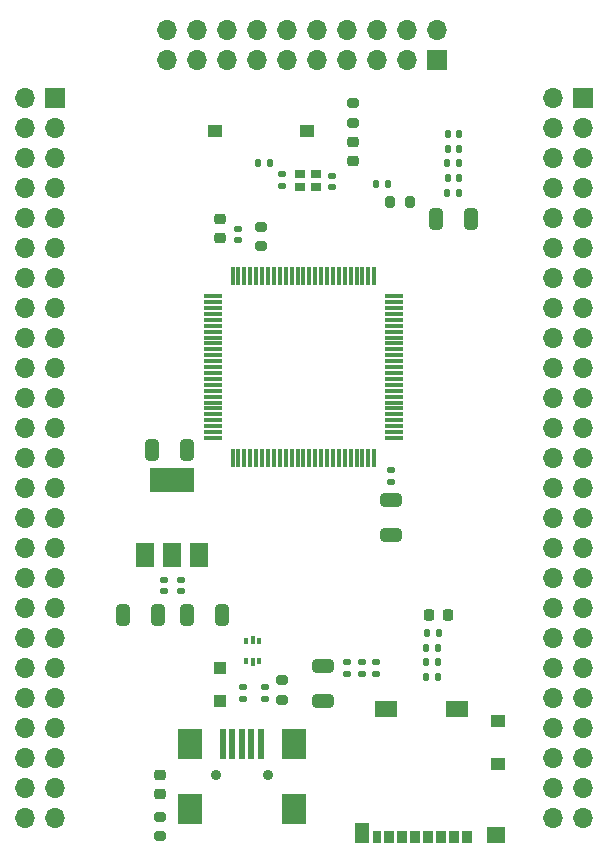
<source format=gbr>
%TF.GenerationSoftware,KiCad,Pcbnew,7.0.6*%
%TF.CreationDate,2023-07-14T14:04:12-07:00*%
%TF.ProjectId,pcb,7063622e-6b69-4636-9164-5f7063625858,rev?*%
%TF.SameCoordinates,Original*%
%TF.FileFunction,Soldermask,Top*%
%TF.FilePolarity,Negative*%
%FSLAX46Y46*%
G04 Gerber Fmt 4.6, Leading zero omitted, Abs format (unit mm)*
G04 Created by KiCad (PCBNEW 7.0.6) date 2023-07-14 14:04:12*
%MOMM*%
%LPD*%
G01*
G04 APERTURE LIST*
G04 Aperture macros list*
%AMRoundRect*
0 Rectangle with rounded corners*
0 $1 Rounding radius*
0 $2 $3 $4 $5 $6 $7 $8 $9 X,Y pos of 4 corners*
0 Add a 4 corners polygon primitive as box body*
4,1,4,$2,$3,$4,$5,$6,$7,$8,$9,$2,$3,0*
0 Add four circle primitives for the rounded corners*
1,1,$1+$1,$2,$3*
1,1,$1+$1,$4,$5*
1,1,$1+$1,$6,$7*
1,1,$1+$1,$8,$9*
0 Add four rect primitives between the rounded corners*
20,1,$1+$1,$2,$3,$4,$5,0*
20,1,$1+$1,$4,$5,$6,$7,0*
20,1,$1+$1,$6,$7,$8,$9,0*
20,1,$1+$1,$8,$9,$2,$3,0*%
G04 Aperture macros list end*
%ADD10O,1.700000X1.700000*%
%ADD11R,1.700000X1.700000*%
%ADD12R,1.250000X1.000000*%
%ADD13RoundRect,0.140000X-0.140000X-0.170000X0.140000X-0.170000X0.140000X0.170000X-0.140000X0.170000X0*%
%ADD14R,1.500000X2.000000*%
%ADD15R,3.800000X2.000000*%
%ADD16RoundRect,0.200000X0.200000X0.275000X-0.200000X0.275000X-0.200000X-0.275000X0.200000X-0.275000X0*%
%ADD17RoundRect,0.140000X0.140000X0.170000X-0.140000X0.170000X-0.140000X-0.170000X0.140000X-0.170000X0*%
%ADD18R,0.900000X0.800000*%
%ADD19RoundRect,0.135000X-0.135000X-0.185000X0.135000X-0.185000X0.135000X0.185000X-0.135000X0.185000X0*%
%ADD20RoundRect,0.075000X-0.075000X0.725000X-0.075000X-0.725000X0.075000X-0.725000X0.075000X0.725000X0*%
%ADD21RoundRect,0.075000X-0.725000X0.075000X-0.725000X-0.075000X0.725000X-0.075000X0.725000X0.075000X0*%
%ADD22RoundRect,0.135000X-0.185000X0.135000X-0.185000X-0.135000X0.185000X-0.135000X0.185000X0.135000X0*%
%ADD23RoundRect,0.250000X-0.650000X0.325000X-0.650000X-0.325000X0.650000X-0.325000X0.650000X0.325000X0*%
%ADD24RoundRect,0.218750X-0.256250X0.218750X-0.256250X-0.218750X0.256250X-0.218750X0.256250X0.218750X0*%
%ADD25RoundRect,0.250000X-0.325000X-0.650000X0.325000X-0.650000X0.325000X0.650000X-0.325000X0.650000X0*%
%ADD26RoundRect,0.200000X-0.275000X0.200000X-0.275000X-0.200000X0.275000X-0.200000X0.275000X0.200000X0*%
%ADD27RoundRect,0.250000X0.650000X-0.325000X0.650000X0.325000X-0.650000X0.325000X-0.650000X-0.325000X0*%
%ADD28RoundRect,0.250000X0.325000X0.650000X-0.325000X0.650000X-0.325000X-0.650000X0.325000X-0.650000X0*%
%ADD29RoundRect,0.140000X-0.170000X0.140000X-0.170000X-0.140000X0.170000X-0.140000X0.170000X0.140000X0*%
%ADD30RoundRect,0.140000X0.170000X-0.140000X0.170000X0.140000X-0.170000X0.140000X-0.170000X-0.140000X0*%
%ADD31R,0.850000X1.100000*%
%ADD32R,0.750000X1.100000*%
%ADD33R,1.200000X1.000000*%
%ADD34R,1.550000X1.350000*%
%ADD35R,1.900000X1.350000*%
%ADD36R,1.170000X1.800000*%
%ADD37RoundRect,0.250000X-0.300000X0.300000X-0.300000X-0.300000X0.300000X-0.300000X0.300000X0.300000X0*%
%ADD38RoundRect,0.200000X0.275000X-0.200000X0.275000X0.200000X-0.275000X0.200000X-0.275000X-0.200000X0*%
%ADD39RoundRect,0.218750X0.256250X-0.218750X0.256250X0.218750X-0.256250X0.218750X-0.256250X-0.218750X0*%
%ADD40R,0.375000X0.500000*%
%ADD41R,0.300000X0.650000*%
%ADD42C,0.900000*%
%ADD43R,0.500000X2.500000*%
%ADD44R,2.000000X2.500000*%
%ADD45RoundRect,0.218750X-0.218750X-0.256250X0.218750X-0.256250X0.218750X0.256250X-0.218750X0.256250X0*%
G04 APERTURE END LIST*
D10*
%TO.C,J2*%
X97620000Y-48460000D03*
D11*
X97620000Y-51000000D03*
D10*
X95080000Y-48460000D03*
X95080000Y-51000000D03*
X92540000Y-48460000D03*
X92540000Y-51000000D03*
X90000000Y-48460000D03*
X90000000Y-51000000D03*
X87460000Y-48460000D03*
X87460000Y-51000000D03*
X84920000Y-48460000D03*
X84920000Y-51000000D03*
X82380000Y-48460000D03*
X82380000Y-51000000D03*
X79840000Y-48460000D03*
X79840000Y-51000000D03*
X77300000Y-48460000D03*
X77300000Y-51000000D03*
X74760000Y-48460000D03*
X74760000Y-51000000D03*
%TD*%
D12*
%TO.C,SW1*%
X78875000Y-57000000D03*
X86625000Y-57000000D03*
%TD*%
D13*
%TO.C,DC6*%
X98540000Y-57250000D03*
X99500000Y-57250000D03*
%TD*%
D14*
%TO.C,U3*%
X72882500Y-92870000D03*
X75182500Y-92870000D03*
X77482500Y-92870000D03*
D15*
X75182500Y-86570000D03*
%TD*%
D16*
%TO.C,R4*%
X95325000Y-63000000D03*
X93675000Y-63000000D03*
%TD*%
D17*
%TO.C,DC3*%
X83480000Y-59750000D03*
X82520000Y-59750000D03*
%TD*%
D18*
%TO.C,Y2*%
X87400000Y-61790000D03*
X86000000Y-61790000D03*
X86000000Y-60690000D03*
X87400000Y-60690000D03*
%TD*%
D19*
%TO.C,R15*%
X96740000Y-102000000D03*
X97760000Y-102000000D03*
%TD*%
D20*
%TO.C,U1*%
X92325000Y-69325000D03*
X91825000Y-69325000D03*
X91325000Y-69325000D03*
X90825000Y-69325000D03*
X90325000Y-69325000D03*
X89825000Y-69325000D03*
X89325000Y-69325000D03*
X88825000Y-69325000D03*
X88325000Y-69325000D03*
X87825000Y-69325000D03*
X87325000Y-69325000D03*
X86825000Y-69325000D03*
X86325000Y-69325000D03*
X85825000Y-69325000D03*
X85325000Y-69325000D03*
X84825000Y-69325000D03*
X84325000Y-69325000D03*
X83825000Y-69325000D03*
X83325000Y-69325000D03*
X82825000Y-69325000D03*
X82325000Y-69325000D03*
X81825000Y-69325000D03*
X81325000Y-69325000D03*
X80825000Y-69325000D03*
X80325000Y-69325000D03*
D21*
X78650000Y-71000000D03*
X78650000Y-71500000D03*
X78650000Y-72000000D03*
X78650000Y-72500000D03*
X78650000Y-73000000D03*
X78650000Y-73500000D03*
X78650000Y-74000000D03*
X78650000Y-74500000D03*
X78650000Y-75000000D03*
X78650000Y-75500000D03*
X78650000Y-76000000D03*
X78650000Y-76500000D03*
X78650000Y-77000000D03*
X78650000Y-77500000D03*
X78650000Y-78000000D03*
X78650000Y-78500000D03*
X78650000Y-79000000D03*
X78650000Y-79500000D03*
X78650000Y-80000000D03*
X78650000Y-80500000D03*
X78650000Y-81000000D03*
X78650000Y-81500000D03*
X78650000Y-82000000D03*
X78650000Y-82500000D03*
X78650000Y-83000000D03*
D20*
X80325000Y-84675000D03*
X80825000Y-84675000D03*
X81325000Y-84675000D03*
X81825000Y-84675000D03*
X82325000Y-84675000D03*
X82825000Y-84675000D03*
X83325000Y-84675000D03*
X83825000Y-84675000D03*
X84325000Y-84675000D03*
X84825000Y-84675000D03*
X85325000Y-84675000D03*
X85825000Y-84675000D03*
X86325000Y-84675000D03*
X86825000Y-84675000D03*
X87325000Y-84675000D03*
X87825000Y-84675000D03*
X88325000Y-84675000D03*
X88825000Y-84675000D03*
X89325000Y-84675000D03*
X89825000Y-84675000D03*
X90325000Y-84675000D03*
X90825000Y-84675000D03*
X91325000Y-84675000D03*
X91825000Y-84675000D03*
X92325000Y-84675000D03*
D21*
X94000000Y-83000000D03*
X94000000Y-82500000D03*
X94000000Y-82000000D03*
X94000000Y-81500000D03*
X94000000Y-81000000D03*
X94000000Y-80500000D03*
X94000000Y-80000000D03*
X94000000Y-79500000D03*
X94000000Y-79000000D03*
X94000000Y-78500000D03*
X94000000Y-78000000D03*
X94000000Y-77500000D03*
X94000000Y-77000000D03*
X94000000Y-76500000D03*
X94000000Y-76000000D03*
X94000000Y-75500000D03*
X94000000Y-75000000D03*
X94000000Y-74500000D03*
X94000000Y-74000000D03*
X94000000Y-73500000D03*
X94000000Y-73000000D03*
X94000000Y-72500000D03*
X94000000Y-72000000D03*
X94000000Y-71500000D03*
X94000000Y-71000000D03*
%TD*%
D19*
%TO.C,R14*%
X96740000Y-103250000D03*
X97760000Y-103250000D03*
%TD*%
D13*
%TO.C,DC5*%
X98500000Y-59750000D03*
X99460000Y-59750000D03*
%TD*%
%TO.C,DC4*%
X98540000Y-58500000D03*
X99500000Y-58500000D03*
%TD*%
D22*
%TO.C,R13*%
X92500000Y-101930000D03*
X92500000Y-102950000D03*
%TD*%
D13*
%TO.C,DC8*%
X98520000Y-62250000D03*
X99480000Y-62250000D03*
%TD*%
D22*
%TO.C,R7*%
X93750000Y-85740000D03*
X93750000Y-86760000D03*
%TD*%
D23*
%TO.C,C8*%
X88000000Y-102300000D03*
X88000000Y-105250000D03*
%TD*%
D24*
%TO.C,D2*%
X90500000Y-57962500D03*
X90500000Y-59537500D03*
%TD*%
D22*
%TO.C,R1*%
X81250000Y-104075000D03*
X81250000Y-105095000D03*
%TD*%
%TO.C,R2*%
X83037500Y-104055000D03*
X83037500Y-105075000D03*
%TD*%
D25*
%TO.C,C5*%
X97550000Y-64500000D03*
X100500000Y-64500000D03*
%TD*%
D26*
%TO.C,R6*%
X74182500Y-115070000D03*
X74182500Y-116720000D03*
%TD*%
D27*
%TO.C,C6*%
X93750000Y-91200000D03*
X93750000Y-88250000D03*
%TD*%
D28*
%TO.C,C7*%
X76475000Y-84000000D03*
X73525000Y-84000000D03*
%TD*%
%TO.C,C1*%
X79450000Y-98000000D03*
X76500000Y-98000000D03*
%TD*%
D29*
%TO.C,C4*%
X88750000Y-60790000D03*
X88750000Y-61750000D03*
%TD*%
D30*
%TO.C,DC9*%
X80750000Y-66230000D03*
X80750000Y-65270000D03*
%TD*%
D31*
%TO.C,J3*%
X100165000Y-116780000D03*
X99065000Y-116780000D03*
X97965000Y-116780000D03*
X96865000Y-116780000D03*
X95765000Y-116780000D03*
X94665000Y-116780000D03*
X93565000Y-116780000D03*
D32*
X92515000Y-116780000D03*
D33*
X102800000Y-110630000D03*
X102800000Y-106930000D03*
D34*
X102625000Y-116655000D03*
D35*
X99300000Y-105955000D03*
X93330000Y-105955000D03*
D36*
X91305000Y-116430000D03*
%TD*%
D37*
%TO.C,D3*%
X79250000Y-102455000D03*
X79250000Y-105255000D03*
%TD*%
D13*
%TO.C,DC7*%
X98540000Y-61000000D03*
X99500000Y-61000000D03*
%TD*%
D19*
%TO.C,R16*%
X96740000Y-100750000D03*
X97760000Y-100750000D03*
%TD*%
D22*
%TO.C,R12*%
X91250000Y-101930000D03*
X91250000Y-102950000D03*
%TD*%
D38*
%TO.C,R5*%
X82750000Y-66750000D03*
X82750000Y-65100000D03*
%TD*%
%TO.C,R8*%
X90500000Y-56325000D03*
X90500000Y-54675000D03*
%TD*%
D26*
%TO.C,R3*%
X84500000Y-103530000D03*
X84500000Y-105180000D03*
%TD*%
D39*
%TO.C,L1*%
X79250000Y-66037500D03*
X79250000Y-64462500D03*
%TD*%
D40*
%TO.C,U2*%
X81500000Y-101925000D03*
D41*
X82037500Y-102000000D03*
D40*
X82575000Y-101925000D03*
X82575000Y-100225000D03*
D41*
X82037500Y-100150000D03*
D40*
X81500000Y-100225000D03*
%TD*%
D42*
%TO.C,J1*%
X78900000Y-111500000D03*
X83300000Y-111500000D03*
D43*
X79500000Y-108900000D03*
X80300000Y-108900000D03*
X81100000Y-108900000D03*
X81900000Y-108900000D03*
X82700000Y-108900000D03*
D44*
X76700000Y-108900000D03*
X76700000Y-114400000D03*
X85500000Y-108900000D03*
X85500000Y-114400000D03*
%TD*%
D19*
%TO.C,R10*%
X92490000Y-61500000D03*
X93510000Y-61500000D03*
%TD*%
D11*
%TO.C,J4*%
X110000000Y-54200000D03*
D10*
X107460000Y-54200000D03*
X110000000Y-56740000D03*
X107460000Y-56740000D03*
X110000000Y-59280000D03*
X107460000Y-59280000D03*
X110000000Y-61820000D03*
X107460000Y-61820000D03*
X110000000Y-64360000D03*
X107460000Y-64360000D03*
X110000000Y-66900000D03*
X107460000Y-66900000D03*
X110000000Y-69440000D03*
X107460000Y-69440000D03*
X110000000Y-71980000D03*
X107460000Y-71980000D03*
X110000000Y-74520000D03*
X107460000Y-74520000D03*
X110000000Y-77060000D03*
X107460000Y-77060000D03*
X110000000Y-79600000D03*
X107460000Y-79600000D03*
X110000000Y-82140000D03*
X107460000Y-82140000D03*
X110000000Y-84680000D03*
X107460000Y-84680000D03*
X110000000Y-87220000D03*
X107460000Y-87220000D03*
X110000000Y-89760000D03*
X107460000Y-89760000D03*
X110000000Y-92300000D03*
X107460000Y-92300000D03*
X110000000Y-94840000D03*
X107460000Y-94840000D03*
X110000000Y-97380000D03*
X107460000Y-97380000D03*
X110000000Y-99920000D03*
X107460000Y-99920000D03*
X110000000Y-102460000D03*
X107460000Y-102460000D03*
X110000000Y-105000000D03*
X107460000Y-105000000D03*
X110000000Y-107540000D03*
X107460000Y-107540000D03*
X110000000Y-110080000D03*
X107460000Y-110080000D03*
X110000000Y-112620000D03*
X107460000Y-112620000D03*
X110000000Y-115160000D03*
X107460000Y-115160000D03*
%TD*%
D11*
%TO.C,J5*%
X65250000Y-54210000D03*
D10*
X62710000Y-54210000D03*
X65250000Y-56750000D03*
X62710000Y-56750000D03*
X65250000Y-59290000D03*
X62710000Y-59290000D03*
X65250000Y-61830000D03*
X62710000Y-61830000D03*
X65250000Y-64370000D03*
X62710000Y-64370000D03*
X65250000Y-66910000D03*
X62710000Y-66910000D03*
X65250000Y-69450000D03*
X62710000Y-69450000D03*
X65250000Y-71990000D03*
X62710000Y-71990000D03*
X65250000Y-74530000D03*
X62710000Y-74530000D03*
X65250000Y-77070000D03*
X62710000Y-77070000D03*
X65250000Y-79610000D03*
X62710000Y-79610000D03*
X65250000Y-82150000D03*
X62710000Y-82150000D03*
X65250000Y-84690000D03*
X62710000Y-84690000D03*
X65250000Y-87230000D03*
X62710000Y-87230000D03*
X65250000Y-89770000D03*
X62710000Y-89770000D03*
X65250000Y-92310000D03*
X62710000Y-92310000D03*
X65250000Y-94850000D03*
X62710000Y-94850000D03*
X65250000Y-97390000D03*
X62710000Y-97390000D03*
X65250000Y-99930000D03*
X62710000Y-99930000D03*
X65250000Y-102470000D03*
X62710000Y-102470000D03*
X65250000Y-105010000D03*
X62710000Y-105010000D03*
X65250000Y-107550000D03*
X62710000Y-107550000D03*
X65250000Y-110090000D03*
X62710000Y-110090000D03*
X65250000Y-112630000D03*
X62710000Y-112630000D03*
X65250000Y-115170000D03*
X62710000Y-115170000D03*
%TD*%
D29*
%TO.C,DC11*%
X90000000Y-101990000D03*
X90000000Y-102950000D03*
%TD*%
%TO.C,DC1*%
X76000000Y-95020000D03*
X76000000Y-95980000D03*
%TD*%
%TO.C,DC2*%
X74500000Y-95000000D03*
X74500000Y-95960000D03*
%TD*%
D39*
%TO.C,D1*%
X74182500Y-113145000D03*
X74182500Y-111570000D03*
%TD*%
D25*
%TO.C,C2*%
X71050000Y-98000000D03*
X74000000Y-98000000D03*
%TD*%
D19*
%TO.C,R11*%
X96750000Y-99500000D03*
X97770000Y-99500000D03*
%TD*%
D29*
%TO.C,C3*%
X84500000Y-60690000D03*
X84500000Y-61650000D03*
%TD*%
D45*
%TO.C,L2*%
X96962500Y-98000000D03*
X98537500Y-98000000D03*
%TD*%
M02*

</source>
